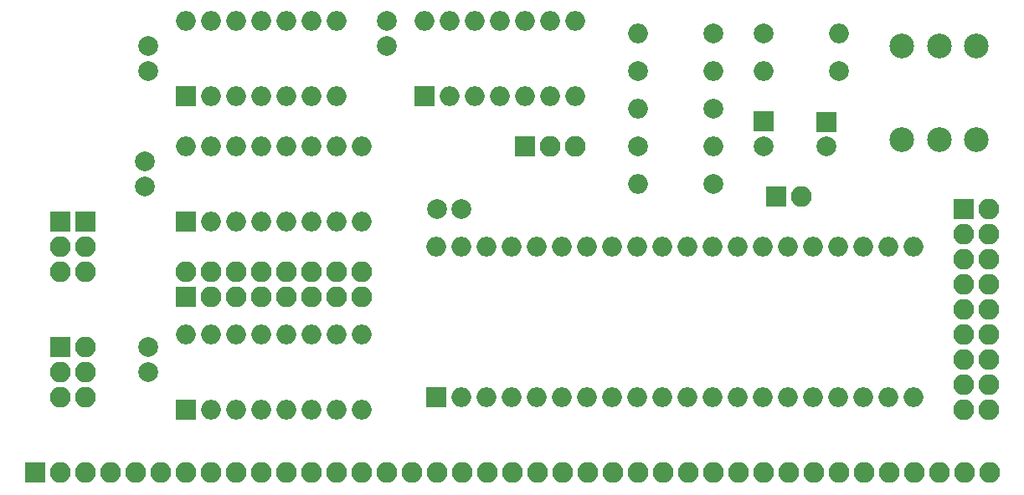
<source format=gbr>
G04 #@! TF.FileFunction,Soldermask,Bot*
%FSLAX46Y46*%
G04 Gerber Fmt 4.6, Leading zero omitted, Abs format (unit mm)*
G04 Created by KiCad (PCBNEW 4.0.6) date Sun Apr  2 22:38:37 2017*
%MOMM*%
%LPD*%
G01*
G04 APERTURE LIST*
%ADD10C,0.100000*%
%ADD11C,2.000000*%
%ADD12R,2.000000X2.000000*%
%ADD13O,2.000000X2.000000*%
%ADD14R,2.100000X2.100000*%
%ADD15O,2.100000X2.100000*%
%ADD16C,2.500000*%
G04 APERTURE END LIST*
D10*
D11*
X73340346Y-131027070D03*
X73340346Y-133527070D03*
D12*
X77470000Y-156210000D03*
D13*
X95250000Y-148590000D03*
X80010000Y-156210000D03*
X92710000Y-148590000D03*
X82550000Y-156210000D03*
X90170000Y-148590000D03*
X85090000Y-156210000D03*
X87630000Y-148590000D03*
X87630000Y-156210000D03*
X85090000Y-148590000D03*
X90170000Y-156210000D03*
X82550000Y-148590000D03*
X92710000Y-156210000D03*
X80010000Y-148590000D03*
X95250000Y-156210000D03*
X77470000Y-148590000D03*
D11*
X135890000Y-118110000D03*
D13*
X143510000Y-118110000D03*
D12*
X77470000Y-137160000D03*
D13*
X95250000Y-129540000D03*
X80010000Y-137160000D03*
X92710000Y-129540000D03*
X82550000Y-137160000D03*
X90170000Y-129540000D03*
X85090000Y-137160000D03*
X87630000Y-129540000D03*
X87630000Y-137160000D03*
X85090000Y-129540000D03*
X90170000Y-137160000D03*
X82550000Y-129540000D03*
X92710000Y-137160000D03*
X80010000Y-129540000D03*
X95250000Y-137160000D03*
X77470000Y-129540000D03*
D12*
X102829360Y-154929840D03*
D13*
X151089360Y-139689840D03*
X105369360Y-154929840D03*
X148549360Y-139689840D03*
X107909360Y-154929840D03*
X146009360Y-139689840D03*
X110449360Y-154929840D03*
X143469360Y-139689840D03*
X112989360Y-154929840D03*
X140929360Y-139689840D03*
X115529360Y-154929840D03*
X138389360Y-139689840D03*
X118069360Y-154929840D03*
X135849360Y-139689840D03*
X120609360Y-154929840D03*
X133309360Y-139689840D03*
X123149360Y-154929840D03*
X130769360Y-139689840D03*
X125689360Y-154929840D03*
X128229360Y-139689840D03*
X128229360Y-154929840D03*
X125689360Y-139689840D03*
X130769360Y-154929840D03*
X123149360Y-139689840D03*
X133309360Y-154929840D03*
X120609360Y-139689840D03*
X135849360Y-154929840D03*
X118069360Y-139689840D03*
X138389360Y-154929840D03*
X115529360Y-139689840D03*
X140929360Y-154929840D03*
X112989360Y-139689840D03*
X143469360Y-154929840D03*
X110449360Y-139689840D03*
X146009360Y-154929840D03*
X107909360Y-139689840D03*
X148549360Y-154929840D03*
X105369360Y-139689840D03*
X151089360Y-154929840D03*
X102829360Y-139689840D03*
D12*
X101600000Y-124460000D03*
D13*
X116840000Y-116840000D03*
X104140000Y-124460000D03*
X114300000Y-116840000D03*
X106680000Y-124460000D03*
X111760000Y-116840000D03*
X109220000Y-124460000D03*
X109220000Y-116840000D03*
X111760000Y-124460000D03*
X106680000Y-116840000D03*
X114300000Y-124460000D03*
X104140000Y-116840000D03*
X116840000Y-124460000D03*
X101600000Y-116840000D03*
D11*
X130810000Y-125730000D03*
D13*
X123190000Y-125730000D03*
D11*
X123190000Y-129540000D03*
D13*
X130810000Y-129540000D03*
D11*
X143510000Y-121920000D03*
D13*
X135890000Y-121920000D03*
D11*
X130810000Y-118110000D03*
D13*
X123190000Y-118110000D03*
D11*
X102870000Y-135890000D03*
X105370000Y-135890000D03*
D12*
X135890000Y-127000000D03*
D11*
X135890000Y-129500000D03*
D12*
X142240000Y-127040000D03*
D11*
X142240000Y-129540000D03*
D14*
X137160000Y-134620000D03*
D15*
X139700000Y-134620000D03*
D11*
X123190000Y-121920000D03*
D13*
X130810000Y-121920000D03*
D11*
X130810000Y-133350000D03*
D13*
X123190000Y-133350000D03*
D12*
X77470000Y-124460000D03*
D13*
X92710000Y-116840000D03*
X80010000Y-124460000D03*
X90170000Y-116840000D03*
X82550000Y-124460000D03*
X87630000Y-116840000D03*
X85090000Y-124460000D03*
X85090000Y-116840000D03*
X87630000Y-124460000D03*
X82550000Y-116840000D03*
X90170000Y-124460000D03*
X80010000Y-116840000D03*
X92710000Y-124460000D03*
X77470000Y-116840000D03*
D11*
X73660000Y-149860000D03*
X73660000Y-152360000D03*
X97790000Y-116840000D03*
X97790000Y-119340000D03*
X73660000Y-119380000D03*
X73660000Y-121880000D03*
D14*
X156189680Y-135884920D03*
D15*
X158729680Y-135884920D03*
X156189680Y-138424920D03*
X158729680Y-138424920D03*
X156189680Y-140964920D03*
X158729680Y-140964920D03*
X156189680Y-143504920D03*
X158729680Y-143504920D03*
X156189680Y-146044920D03*
X158729680Y-146044920D03*
X156189680Y-148584920D03*
X158729680Y-148584920D03*
X156189680Y-151124920D03*
X158729680Y-151124920D03*
X156189680Y-153664920D03*
X158729680Y-153664920D03*
X156189680Y-156204920D03*
X158729680Y-156204920D03*
D14*
X111760000Y-129540000D03*
D15*
X114300000Y-129540000D03*
X116840000Y-129540000D03*
D14*
X64770000Y-149860000D03*
D15*
X67310000Y-149860000D03*
X64770000Y-152400000D03*
X67310000Y-152400000D03*
X64770000Y-154940000D03*
X67310000Y-154940000D03*
D14*
X77470000Y-144780000D03*
D15*
X77470000Y-142240000D03*
X80010000Y-144780000D03*
X80010000Y-142240000D03*
X82550000Y-144780000D03*
X82550000Y-142240000D03*
X85090000Y-144780000D03*
X85090000Y-142240000D03*
X87630000Y-144780000D03*
X87630000Y-142240000D03*
X90170000Y-144780000D03*
X90170000Y-142240000D03*
X92710000Y-144780000D03*
X92710000Y-142240000D03*
X95250000Y-144780000D03*
X95250000Y-142240000D03*
D14*
X67310000Y-137160000D03*
D15*
X67310000Y-139700000D03*
X67310000Y-142240000D03*
D14*
X64770000Y-137160000D03*
D15*
X64770000Y-139700000D03*
X64770000Y-142240000D03*
D14*
X62230000Y-162560000D03*
D15*
X64770000Y-162560000D03*
X67310000Y-162560000D03*
X69850000Y-162560000D03*
X72390000Y-162560000D03*
X74930000Y-162560000D03*
X77470000Y-162560000D03*
X80010000Y-162560000D03*
X82550000Y-162560000D03*
X85090000Y-162560000D03*
X87630000Y-162560000D03*
X90170000Y-162560000D03*
X92710000Y-162560000D03*
X95250000Y-162560000D03*
X97790000Y-162560000D03*
X100330000Y-162560000D03*
X102870000Y-162560000D03*
X105410000Y-162560000D03*
X107950000Y-162560000D03*
X110490000Y-162560000D03*
X113030000Y-162560000D03*
X115570000Y-162560000D03*
X118110000Y-162560000D03*
X120650000Y-162560000D03*
X123190000Y-162560000D03*
X125730000Y-162560000D03*
X128270000Y-162560000D03*
X130810000Y-162560000D03*
X133350000Y-162560000D03*
X135890000Y-162560000D03*
X138430000Y-162560000D03*
X140970000Y-162560000D03*
X143510000Y-162560000D03*
X146050000Y-162560000D03*
X148590000Y-162560000D03*
X151130000Y-162560000D03*
X153670000Y-162560000D03*
X156210000Y-162560000D03*
X158750000Y-162560000D03*
D16*
X149870000Y-119380000D03*
X153670000Y-119380000D03*
X157470000Y-119380000D03*
X157470000Y-128780000D03*
X153670000Y-128780000D03*
X149870000Y-128780000D03*
M02*

</source>
